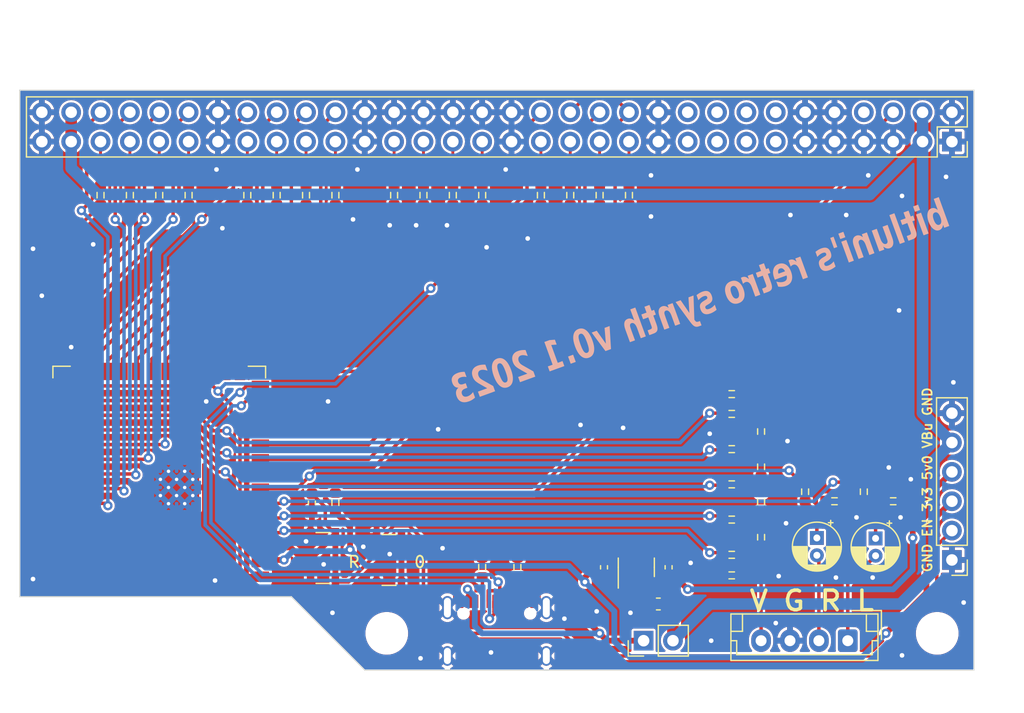
<source format=kicad_pcb>
(kicad_pcb (version 20221018) (generator pcbnew)
  (title_block (comment 4 "AISLER Project ID: NNYDGUMM"))
  (layers (0 "F.Cu" signal) (31 "B.Cu" signal) (34 "B.Paste" user) (35 "F.Paste" user) (36 "B.SilkS" user "B.Silkscreen") (37 "F.SilkS" user "F.Silkscreen") (38 "B.Mask" user) (39 "F.Mask" user) (44 "Edge.Cuts" user))
  (net 0 "")
  (net 1 "5V")
  (net 2 "GND")
  (net 3 "+3V3")
  (net 4 "EN")
  (net 5 "Net-(C4-Pad1)")
  (net 6 "L")
  (net 7 "Net-(C5-Pad1)")
  (net 8 "R")
  (net 9 "VBUS2")
  (net 10 "A0")
  (net 11 "A1")
  (net 12 "A2")
  (net 13 "IO7")
  (net 14 "A6")
  (net 15 "A7")
  (net 16 "IO17")
  (net 17 "IO18")
  (net 18 "DN")
  (net 19 "DP")
  (net 20 "IO3")
  (net 21 "IO46")
  (net 22 "A3")
  (net 23 "A4")
  (net 24 "A5")
  (net 25 "IO12")
  (net 26 "IO14")
  (net 27 "CLK")
  (net 28 "IO35")
  (net 29 "IO36")
  (net 30 "IO2")
  (net 31 "VBUS")
  (net 32 "V")
  (net 34 "D0")
  (net 35 "Net-(R2-Pad1)")
  (net 36 "D1")
  (net 37 "Net-(R17-Pad2)")
  (net 38 "Net-(R34-Pad1)")
  (net 39 "D2")
  (net 40 "D3")
  (net 41 "D4")
  (net 42 "D5")
  (net 43 "D6")
  (net 44 "D7")
  (net 45 "D8")
  (net 46 "D9")
  (net 47 "D10")
  (net 48 "D11")
  (net 49 "D12")
  (net 50 "D13")
  (net 51 "D14")
  (net 52 "D15")
  (net 53 "Net-(R20-Pad1)")
  (net 54 "Net-(U1-CC1)")
  (net 55 "Net-(U1-CC2)")
  (net 67 "IO4")
  (net 68 "IO5")
  (net 69 "IO6")
  (net 70 "IO15")
  (net 71 "IO16")
  (net 72 "IO8")
  (net 73 "IO9")
  (net 74 "IO10")
  (net 75 "IO11")
  (net 76 "IO37")
  (net 77 "IO44")
  (net 78 "IO43")
  (net 79 "IO1")
  (net 80 "IO47")
  (net 81 "IO45")
  (footprint "Connector_PinHeader_2.54mm:PinHeader_1x06_P2.54mm_Vertical" (layer "F.Cu") (at 180.34 94.615 180)
    (fp_text reference "J4" hide)
    (fp_text value "Conn_01x06_Pin")
  )
  (footprint "Basics:ESP32-S3-WROOM-1" (layer "F.Cu") (at 111.76 90.805 180)
    (fp_text reference "IC1" hide)
    (fp_text value "ESP32-S3-WROOM-1-N8R2")
  )
  (footprint "Basics:R_0603" (layer "F.Cu") (at 161.29 81.979)
    (fp_text reference "R29" hide)
    (fp_text value "300" hide)
  )
  (footprint "Basics:R_0603" (layer "F.Cu") (at 127 89.662 -90)
    (fp_text reference "R39" hide)
    (fp_text value "10k" hide)
  )
  (footprint "Basics:R_0603" (layer "F.Cu") (at 163.83 86.551 90)
    (fp_text reference "R4" hide)
    (fp_text value "150" hide)
  )
  (footprint "Basics:R_0603" (layer "F.Cu") (at 172.72 88.71 90)
    (fp_text reference "R25" hide)
    (fp_text value "82" hide)
  )
  (footprint "Basics:ButtonSMD3.2x2.5" (layer "F.Cu") (at 131.64 94.615 90)
    (fp_text reference "SW2" hide)
    (fp_text value "miniButton")
  )
  (footprint "Basics:R_0603" (layer "F.Cu") (at 163.83 83.503 90)
    (fp_text reference "R34" hide)
    (fp_text value "150" hide)
  )
  (footprint "Basics:C_0603" (layer "F.Cu") (at 124.968 89.662 -90)
    (fp_text reference "C3" hide)
    (fp_text value "100n" hide)
  )
  (footprint "Basics:R_0603" (layer "F.Cu") (at 111.76 63.055 -90)
    (fp_text reference "R5" hide)
    (fp_text value "1000" hide)
  )
  (footprint "Basics:Fuse_0603_1608Metric" (layer "F.Cu") (at 154.94 98.425 180)
    (fp_text reference "F1" hide)
    (fp_text value "Polyfuse")
  )
  (footprint "Basics:USB-C" (layer "F.Cu") (at 140.97 98.775)
    (fp_text reference "U1" hide)
    (fp_text value "~")
  )
  (footprint "Basics:R_0603" (layer "F.Cu") (at 114.3 63.055 -90)
    (fp_text reference "R6" hide)
    (fp_text value "1000" hide)
  )
  (footprint "Basics:R_0603" (layer "F.Cu") (at 167.64 88.71 90)
    (fp_text reference "R26" hide)
    (fp_text value "82" hide)
  )
  (footprint "Basics:R_0603" (layer "F.Cu") (at 144.78 63.055 -90)
    (fp_text reference "R15" hide)
    (fp_text value "1000" hide)
  )
  (footprint "Basics:R_0603" (layer "F.Cu") (at 147.32 63.055 -90)
    (fp_text reference "R16" hide)
    (fp_text value "1000" hide)
  )
  (footprint "Capacitor_THT:CP_Radial_D4.0mm_P1.50mm" (layer "F.Cu") (at 173.736 92.749401 -90)
    (fp_text reference "C4" hide)
    (fp_text value "100n")
  )
  (footprint "Basics:C_0603" (layer "F.Cu") (at 155.829 95.25 90)
    (fp_text reference "C1" hide)
    (fp_text value "10u" hide)
  )
  (footprint "Basics:R_0603" (layer "F.Cu") (at 139.7 95.25 -90)
    (fp_text reference "R23" hide)
    (fp_text value "5.1k" hide)
  )
  (footprint "Basics:R_0603" (layer "F.Cu") (at 163.83 92.647 90)
    (fp_text reference "R27" hide)
    (fp_text value "150" hide)
  )
  (footprint "Header:PinSocket_2x32_P2.54mm_Vertical_ab" (layer "F.Cu") (at 180.34 58.42 -90)
    (fp_text reference "J3" hide)
    (fp_text value "Conn_02x32_Row_Letter_Last")
  )
  (footprint "Package_TO_SOT_SMD:SOT-23-5" (layer "F.Cu") (at 153.035 95.25 90)
    (fp_text reference "PS1" hide)
    (fp_text value "TLV75733PDBVR")
  )
  (footprint "Basics:R_0603" (layer "F.Cu") (at 161.29 94.171)
    (fp_text reference "R31" hide)
    (fp_text value "300" hide)
  )
  (footprint "Basics:ButtonSMD3.2x2.5" (layer "F.Cu") (at 125.925 94.445 90)
    (fp_text reference "SW1" hide)
    (fp_text value "miniButton")
  )
  (footprint "Basics:R_0603" (layer "F.Cu") (at 161.29 95.949 180)
    (fp_text reference "R30" hide)
    (fp_text value "82" hide)
  )
  (footprint "Connector_PinHeader_2.54mm:PinHeader_1x02_P2.54mm_Vertical" (layer "F.Cu") (at 153.665 101.6 90)
    (fp_text reference "J1" hide)
    (fp_text value "Conn_01x02_Pin")
  )
  (footprint "Basics:R_0603" (layer "F.Cu") (at 142.748 95.25 90)
    (fp_text reference "R37" hide)
    (fp_text value "5.1k" hide)
  )
  (footprint "Basics:R_0603" (layer "F.Cu") (at 175.26 89.535)
    (fp_text reference "R21" hide)
    (fp_text value "82" hide)
  )
  (footprint "Connector_JST:JST_EH_B4B-EH-A_1x04_P2.50mm_Vertical" (layer "F.Cu") (at 171.33 101.6 180)
    (fp_text reference "J2" hide)
    (fp_text value "Conn_01x04_Pin")
  )
  (footprint "Basics:R_0603" (layer "F.Cu") (at 161.29 85.027)
    (fp_text reference "R36" hide)
    (fp_text value "300" hide)
  )
  (footprint "Basics:R_0603" (layer "F.Cu") (at 121.92 63.055 -90)
    (fp_text reference "R8" hide)
    (fp_text value "1000" hide)
  )
  (footprint "Basics:MountingHole_3.2mm_M3" (layer "F.Cu") (at 179.07 100.965 90)
    (fp_text reference "H2" hide)
    (fp_text value "MountingHole")
  )
  (footprint "Basics:R_0603" (layer "F.Cu") (at 161.29 88.075)
    (fp_text reference "R17" hide)
    (fp_text value "300" hide)
  )
  (footprint "Basics:R_0603" (layer "F.Cu") (at 161.29 80.264 180)
    (fp_text reference "R2" hide)
    (fp_text value "300" hide)
  )
  (footprint "Basics:R_0603" (layer "F.Cu") (at 109.22 63.055 -90)
    (fp_text reference "R3" hide)
    (fp_text value "1000" hide)
  )
  (footprint "Basics:R_0603" (layer "F.Cu") (at 127 63.055 -90)
    (fp_text reference "R10" hide)
    (fp_text value "1000" hide)
  )
  (footprint "Basics:R_0603" (layer "F.Cu") (at 124.46 63.055 -90)
    (fp_text reference "R9" hide)
    (fp_text value "1000" hide)
  )
  (footprint "Basics:C_0603" (layer "F.Cu") (at 150.241 95.25 -90)
    (fp_text reference "C2" hide)
    (fp_text value "100n" hide)
  )
  (footprint "Basics:R_0603" (layer "F.Cu") (at 119.38 63.055 -90)
    (fp_text reference "R7" hide)
    (fp_text value "1000" hide)
  )
  (footprint "Basics:R_0603" (layer "F.Cu") (at 132.08 63.055 -90)
    (fp_text reference "R11" hide)
    (fp_text value "1000" hide)
  )
  (footprint "Basics:MountingHole_3.2mm_M3" (layer "F.Cu") (at 131.445 100.965 90)
    (fp_text reference "H1" hide)
    (fp_text value "MountingHole")
  )
  (footprint "Basics:R_0603" (layer "F.Cu") (at 161.29 91.123)
    (fp_text reference "R24" hide)
    (fp_text value "300" hide)
  )
  (footprint "Basics:R_0603" (layer "F.Cu") (at 149.86 63.055 -90)
    (fp_text reference "R18" hide)
    (fp_text value "1000" hide)
  )
  (footprint "Basics:R_0603" (layer "F.Cu") (at 137.16 63.055 -90)
    (fp_text reference "R13" hide)
    (fp_text value "1000" hide)
  )
  (footprint "Basics:R_0603" (layer "F.Cu") (at 106.68 63.055 -90)
    (fp_text reference "R1" hide)
    (fp_text value "1000" hide)
  )
  (footprint "Basics:R_0603" (layer "F.Cu") (at 139.7 63.055 -90)
    (fp_text reference "R14" hide)
    (fp_text value "1000" hide)
  )
  (footprint "Basics:R_0603" (layer "F.Cu") (at 152.4 63.055 -90)
    (fp_text reference "R19" hide)
    (fp_text value "1000" hide)
  )
  (footprint "Basics:R_0603" (layer "F.Cu") (at 163.83 89.599 90)
    (fp_text reference "R20" hide)
    (fp_text value "150" hide)
  )
  (footprint "Basics:R_0603" (layer "F.Cu") (at 134.62 63.055 -90)
    (fp_text reference "R12" hide)
    (fp_text value "1000" hide)
  )
  (footprint "Capacitor_THT:CP_Radial_D4.0mm_P1.50mm" (layer "F.Cu") (at 168.656 92.71 -90)
    (fp_text reference "C5" hide)
    (fp_text value "100n")
  )
  (footprint "Basics:R_0603" (layer "F.Cu") (at 170.18 89.535)
    (fp_text reference "R22" hide)
    (fp_text value "82" hide)
  )
  (gr_line (start 129.54 104.14) (end 123.19 97.79) (stroke (width 0.1)) (layer "Edge.Cuts"))
  (gr_line (start 182.245 53.975) (end 182.245 104.14) (stroke (width 0.1)) (layer "Edge.Cuts"))
  (gr_line (start 123.19 97.79) (end 99.695 97.79) (stroke (width 0.1)) (layer "Edge.Cuts"))
  (gr_line (start 99.695 53.975) (end 182.245 53.975) (stroke (width 0.1)) (layer "Edge.Cuts"))
  (gr_line (start 182.245 104.14) (end 129.54 104.14) (stroke (width 0.1)) (layer "Edge.Cuts"))
  (gr_line (start 99.695 97.79) (end 99.695 53.975) (stroke (width 0.1)) (layer "Edge.Cuts"))
  (gr_text "bitluni's retro synth v0.1 2023" (at 180.467 66.04 20) (layer "B.SilkS") (effects (font (size 2.5 1.9) (thickness 0.45) bold) (justify left bottom mirror)))
  (gr_text "V G R L" (at 162.668622 99.144739) (layer "F.SilkS") (effects (font (size 1.7 1.8) (thickness 0.3) bold) (justify left bottom)))
  (gr_text "GND EN 3v3 5v0 VBu GND" (at 178.689 95.758 90) (layer "F.SilkS") (effects (font (size 0.8 0.8) (thickness 0.15) bold) (justify left bottom)))
  (gr_text "R" (at 128.016 95.377) (layer "F.SilkS") (effects (font (size 1 1)) (justify left bottom)))
  (gr_text "0" (at 133.731 95.377) (layer "F.SilkS") (effects (font (size 1 1)) (justify left bottom)))
  (segment (start 156.35 96.025) (end 157.48 97.155) (width 0.5) (layer "F.Cu") (net 1))
  (segment (start 153.985 95.826472) (end 153.985 96.3875) (width 0.5) (layer "F.Cu") (net 1))
  (segment (start 154.1525 98.425) (end 154.1525 96.555) (width 0.5) (layer "F.Cu") (net 1))
  (segment (start 180.34 86.995) (end 176.9505 90.3845) (width 0.5) (layer "F.Cu") (net 1))
  (segment (start 155.829 96.025) (end 156.35 96.025) (width 0.5) (layer "F.Cu") (net 1))
  (segment (start 152.636472 95.275) (end 153.433528 95.275) (width 0.5) (layer "F.Cu") (net 1))
  (segment (start 152.085 96.3875) (end 152.085 95.826472) (width 0.5) (layer "F.Cu") (net 1))
  (segment (start 155.4665 96.3875) (end 155.829 96.025) (width 0.5) (layer "F.Cu") (net 1))
  (segment (start 153.985 96.3875) (end 155.4665 96.3875) (width 0.5) (layer "F.Cu") (net 1))
  (segment (start 154.1525 96.555) (end 153.985 96.3875) (width 0.5) (layer "F.Cu") (net 1))
  (segment (start 152.085 95.826472) (end 152.636472 95.275) (width 0.5) (layer "F.Cu") (net 1))
  (segment (start 153.433528 95.275) (end 153.985 95.826472) (width 0.5) (layer "F.Cu") (net 1))
  (segment (start 176.9505 90.3845) (end 176.9505 92.71) (width 0.5) (layer "F.Cu") (net 1))
  (via (at 176.9505 92.71) (size 0.8) (drill 0.4) (layers "F.Cu" "B.Cu") (net 1))
  (via (at 157.48 97.155) (size 0.8) (drill 0.4) (layers "F.Cu" "B.Cu") (net 1))
  (segment (start 157.48 97.155) (end 175.26 97.155) (width 0.5) (layer "B.Cu") (net 1))
  (segment (start 176.9505 95.4645) (end 176.9505 92.71) (width 0.5) (layer "B.Cu") (net 1))
  (segment (start 175.26 97.155) (end 176.9505 95.4645) (width 0.5) (layer "B.Cu") (net 1))
  (segment (start 144.71 98.2) (end 145.25 98.74) (width 0.5) (layer "F.Cu") (net 2))
  (segment (start 137.77 98.2) (end 137.23 98.2) (width 0.5) (layer "F.Cu") (net 2))
  (segment (start 137.23 98.2) (end 136.69 98.74) (width 0.5) (layer "F.Cu") (net 2))
  (segment (start 144.17 98.2) (end 144.71 98.2) (width 0.5) (layer "F.Cu") (net 2))
  (via (at 175.768 73.025) (size 0.8) (drill 0.4) (layers "F.Cu" "B.Cu") (net 2))
  (via (at 166.116 84.328) (size 0.8) (drill 0.4) (layers "F.Cu" "B.Cu") (net 2))
  (via (at 173.101 61.341) (size 0.8) (drill 0.4) (layers "F.Cu" "B.Cu") (net 2))
  (via (at 154.305 61.341) (size 0.8) (drill 0.4) (layers "F.Cu" "B.Cu") (net 2))
  (via (at 176.022 63.119) (size 0.8) (drill 0.4) (layers "F.Cu" "B.Cu") (net 2))
  (via (at 173.482 96.139) (size 0.8) (drill 0.4) (layers "F.Cu" "B.Cu") (net 2))
  (via (at 180.467 79.248) (size 0.8) (drill 0.4) (layers "F.Cu" "B.Cu") (net 2))
  (via (at 116.713 60.833) (size 0.8) (drill 0.4) (layers "F.Cu" "B.Cu") (net 2))
  (via (at 179.832 61.468) (size 0.8) (drill 0.4) (layers "F.Cu" "B.Cu") (net 2))
  (via (at 128.905 60.833) (size 0.8) (drill 0.4) (layers "F.Cu" "B.Cu") (net 2))
  (via (at 135.89 83.312) (size 0.8) (drill 0.4) (layers "F.Cu" "B.Cu") (net 2))
  (via (at 115.824 80.899) (size 0.8) (drill 0.4) (layers "F.Cu" "B.Cu") (net 2))
  (via (at 172.085 90.932) (size 0.8) (drill 0.4) (layers "F.Cu" "B.Cu") (net 2))
  (via (at 154.305 64.897) (size 0.8) (drill 0.4) (layers "F.Cu" "B.Cu") (net 2))
  (via (at 146.812 99.695) (size 0.8) (drill 0.4) (layers "F.Cu" "B.Cu") (net 2))
  (via (at 176.784 87.63) (size 0.8) (drill 0.4) (layers "F.Cu" "B.Cu") (net 2))
  (via (at 159.385 83.693) (size 0.8) (drill 0.4) (layers "F.Cu" "B.Cu") (net 2))
  (via (at 129.413 93.472) (size 0.8) (drill 0.4) (layers "F.Cu" "B.Cu") (net 2))
  (via (at 125.984 94.996) (size 0.8) (drill 0.4) (layers "F.Cu" "B.Cu") (net 2))
  (via (at 126.746 99.187) (size 0.8) (drill 0.4) (layers "F.Cu" "B.Cu") (net 2))
  (via (at 152.527 99.187) (size 0.8) (drill 0.4) (layers "F.Cu" "B.Cu") (net 2))
  (via (at 165.1 100.076) (size 0.8) (drill 0.4) (layers "F.Cu" "B.Cu") (net 2))
  (via (at 165.354 96.012) (size 0.8) (drill 0.4) (layers "F.Cu" "B.Cu") (net 2))
  (via (at 141.732 60.833) (size 0.8) (drill 0.4) (layers "F.Cu" "B.Cu") (net 2))
  (via (at 100.838 67.691) (size 0.8) (drill 0.4) (layers "F.Cu" "B.Cu") (net 2))
  (via (at 104.14 76.2) (size 0.8) (drill 0.4) (layers "F.Cu" "B.Cu") (net 2))
  (via (at 136.271 93.599) (size 0.8) (drill 0.4) (layers "F.Cu" "B.Cu") (net 2))
  (via (at 148.209 82.931) (size 0.8) (drill 0.4) (layers "F.Cu" "B.Cu") (net 2))
  (via (at 131.699 94.107) (size 0.8) (drill 0.4) (layers "F.Cu" "B.Cu") (net 2))
  (via (at 134.366 103.124) (size 0.8) (drill 0.4) (layers "F.Cu" "B.Cu") (net 2))
  (via (at 165.989 91.44) (size 0.8) (drill 0.4) (layers "F.Cu" "B.Cu") (net 2))
  (via (at 126.365 80.899) (size 0.8) (drill 0.4) (layers "F.Cu" "B.Cu") (net 2))
  (via (at 174.879 86.614) (size 0.8) (drill 0.4) (layers "F.Cu" "B.Cu") (net 2))
  (via (at 170.307 96.139) (size 0.8) (drill 0.4) (layers "F.Cu" "B.Cu") (net 2))
  (via (at 124.46 93.0035) (size 0.8) (drill 0.4) (layers "F.Cu" "B.Cu") (net 2))
  (via (at 131.699 65.659) (size 0.8) (drill 0.4) (layers "F.Cu" "B.Cu") (net 2))
  (via (at 149.606 99.06) (size 0.8) (drill 0.4) (layers "F.Cu" "B.Cu") (net 2))
  (via (at 176.022 102.87) (size 0.8) (drill 0.4) (layers "F.Cu" "B.Cu") (net 2))
  (via (at 117.221 65.913) (size 0.8) (drill 0.4) (layers "F.Cu" "B.Cu") (net 2))
  (via (at 116.586 96.393) (size 0.8) (drill 0.4) (layers "F.Cu" "B.Cu") (net 2))
  (via (at 171.196 64.77) (size 0.8) (drill 0.4) (layers "F.Cu" "B.Cu") (net 2))
  (via (at 106.045 67.31) (size 0.8) (drill 0.4) (layers "F.Cu" "B.Cu") (net 2))
  (via (at 101.6 71.755) (size 0.8) (drill 0.4) (layers "F.Cu" "B.Cu") (net 2))
  (via (at 166.37 64.77) (size 0.8) (drill 0.4) (layers "F.Cu" "B.Cu") (net 2))
  (via (at 175.895 90.932) (size 0.8) (drill 0.4) (layers "F.Cu" "B.Cu") (net 2))
  (via (at 157.734 94.869) (size 0.8) (drill 0.4) (layers "F.Cu" "B.Cu") (net 2))
  (via (at 128.524 65.151) (size 0.8) (drill 0.4) (layers "F.Cu" "B.Cu") (net 2))
  (via (at 159.512 101.6) (size 0.8) (drill 0.4) (layers "F.Cu" "B.Cu") (net 2))
  (via (at 136.652 65.659) (size 0.8) (drill 0.4) (layers "F.Cu" "B.Cu") (net 2))
  (via (at 100.838 96.266) (size 0.8) (drill 0.4) (layers "F.Cu" "B.Cu") (net 2))
  (via (at 140.462 102.616) (size 0.8) (drill 0.4) (layers "F.Cu" "B.Cu") (net 2))
  (via (at 151.892 83.185) (size 0.8) (drill 0.4) (layers "F.Cu" "B.Cu") (net 2))
  (via (at 143.637 66.802) (size 0.8) (drill 0.4) (layers "F.Cu" "B.Cu") (net 2))
  (via (at 140.081 67.564) (size 0.8) (drill 0.4) (layers "F.Cu" "B.Cu") (net 2))
  (via (at 181.356 98.298) (size 0.8) (drill 0.4) (layers "F.Cu" "B.Cu") (net 2))
  (via (at 133.985 65.659) (size 0.8) (drill 0.4) (layers "F.Cu" "B.Cu") (net 2))
  (segment (start 178.137165 91.737835) (end 178.137165 97.452835) (width 0.5) (layer "F.Cu") (net 3))
  (segment (start 150.241 94.475) (end 151.7225 94.475) (width 0.5) (layer "F.Cu") (net 3))
  (segment (start 128.27 91.757) (end 128.27 93.726) (width 0.5) (layer "F.Cu") (net 3))
  (segment (start 120.69 94.615) (end 120.51 94.795) (width 0.5) (layer "F.Cu") (net 3))
  (segment (start 122.555 94.615) (end 120.69 94.615) (width 0.5) (layer "F.Cu") (net 3))
  (segment (start 148.59 96.126) (end 148.59 96.52) (width 0.5) (layer "F.Cu") (net 3))
  (segment (start 150.241 94.475) (end 148.59 96.126) (width 0.5) (layer "F.Cu") (net 3))
  (segment (start 180.34 89.535) (end 178.137165 91.737835) (width 0.5) (layer "F.Cu") (net 3))
  (segment (start 151.7225 94.475) (end 152.085 94.1125) (width 0.5) (layer "F.Cu") (net 3))
  (segment (start 178.137165 97.452835) (end 174.625 100.965) (width 0.5) (layer "F.Cu") (net 3))
  (segment (start 127 90.487) (end 128.27 91.757) (width 0.5) (layer "F.Cu") (net 3))
  (via (at 174.625 100.965) (size 0.8) (drill 0.4) (layers "F.Cu" "B.Cu") (net 3))
  (via (at 128.27 93.726) (size 0.8) (drill 0.4) (layers "F.Cu" "B.Cu") (net 3))
  (via (at 122.555 94.615) (size 0.8) (drill 0.4) (layers "F.Cu" "B.Cu") (net 3))
  (via (at 148.59 96.52) (size 0.8) (drill 0.4) (layers "F.Cu" "B.Cu") (net 3))
  (segment (start 128.143 93.853) (end 128.27 93.726) (width 0.5) (layer "B.Cu") (net 3))
  (segment (start 152.49 103.025) (end 172.565 103.025) (width 0.5) (layer "B.Cu") (net 3))
  (segment (start 122.555 94.615) (end 123.317 93.853) (width 0.5) (layer "B.Cu") (net 3))
  (segment (start 151.13 101.665) (end 152.49 103.025) (width 0.5) (layer "B.Cu") (net 3))
  (segment (start 151.13 99.06) (end 151.13 101.665) (width 0.5) (layer "B.Cu") (net 3))
  (segment (start 148.59 96.52) (end 151.13 99.06) (width 0.5) (layer "B.Cu") (net 3))
  (segment (start 147.193 95.123) (end 129.667 95.123) (width 0.5) (layer "B.Cu") (net 3))
  (segment (start 129.667 95.123) (end 128.27 93.726) (width 0.5) (layer "B.Cu") (net 3))
  (segment (start 123.317 93.853) (end 128.143 93.853) (width 0.5) (layer "B.Cu") (net 3))
  (segment (start 172.565 103.025) (end 174.625 100.965) (width 0.5) (layer "B.Cu") (net 3))
  (segment (start 148.59 96.52) (end 147.193 95.123) (width 0.5) (layer "B.Cu") (net 3))
  (segment (start 179.034501 97.615453) (end 173.724954 102.925) (width 0.3) (layer "F.Cu") (net 4))
  (segment (start 126.125 91.495) (end 127 92.37) (width 0.3) (layer "F.Cu") (net 4))
  (segment (start 128.135 96.52) (end 127 96.52) (width 0.3) (layer "F.Cu") (net 4))
  (segment (start 144.208 88.837) (end 127 88.837) (width 0.3) (layer "F.Cu") (net 4))
  (segment (start 125.018 88.837) (end 124.968 88.887) (width 0.3) (layer "F.Cu") (net 4))
  (segment (start 173.724954 102.925) (end 148.645 102.925) (width 0.3) (layer "F.Cu") (net 4))
  (segment (start 134.62 92.895) (end 133.39 91.665) (width 0.3) (layer "F.Cu") (net 4))
  (segment (start 120.51 93.525) (end 123.116 93.525) (width 0.5) (layer "F.Cu") (net 4))
  (segment (start 173.99 59.055) (end 144.208 88.837) (width 0.3) (layer "F.Cu") (net 4))
  (segment (start 132.04 91.665) (end 131.24 92.465) (width 0.3) (layer "F.Cu") (net 4))
  (segment (start 126.125 90.044) (end 126.125 91.495) (width 0.3) (layer "F.Cu") (net 4))
  (segment (start 131.24 93.415) (end 128.135 96.52) (width 0.3) (layer "F.Cu") (net 4))
  (segment (start 127 92.37) (end 127 96.52) (width 0.5) (layer "F.Cu") (net 4))
  (segment (start 146.685 100.965) (end 135.89 100.965) (width 0.3) (layer "F.Cu") (net 4))
  (segment (start 131.24 92.465) (end 131.24 93.415) (width 0.3) (layer "F.Cu") (net 4))
  (segment (start 133.39 91.665) (end 132.04 91.665) (width 0.3) (layer "F.Cu") (net 4))
  (segment (start 179.034501 93.380499) (end 179.034501 97.615453) (width 0.3) (layer "F.Cu") (net 4))
  (segment (start 124.968 88.887) (end 126.125 90.044) (width 0.3) (layer "F.Cu") (net 4))
  (segment (start 134.62 99.695) (end 134.62 92.895) (width 0.3) (layer "F.Cu") (net 4))
  (segment (start 135.89 100.965) (end 134.62 99.695) (width 0.3) (layer "F.Cu") (net 4))
  (segment (start 127 88.837) (end 125.018 88.837) (width 0.3) (layer "F.Cu") (net 4))
  (segment (start 123.825 94.234) (end 125.136 94.234) (width 0.5) (layer "F.Cu") (net 4))
  (segment (start 180.34 92.075) (end 179.034501 93.380499) (width 0.3) (layer "F.Cu") (net 4))
  (segment (start 173.99 57.15) (end 173.99 59.055) (width 0.3) (layer "F.Cu") (net 4))
  (segment (start 148.645 102.925) (end 146.685 100.965) (width 0.3) (layer "F.Cu") (net 4))
  (segment (start 125.136 94.234) (end 127 92.37) (width 0.5) (layer "F.Cu") (net 4))
  (segment (start 175.26 55.88) (end 173.99 57.15) (width 0.3) (layer "F.Cu") (net 4))
  (segment (start 123.116 93.525) (end 123.825 94.234) (width 0.5) (layer "F.Cu") (net 4))
  (segment (start 174.435 89.535) (end 174.435 89.852) (width 0.3) (layer "F.Cu") (net 5))
  (segment (start 173.736 92.749401) (end 173.736 90.551) (width 0.3) (layer "F.Cu") (net 5))
  (segment (start 174.435 89.852) (end 173.736 90.551) (width 0.3) (layer "F.Cu") (net 5))
  (segment (start 173.736 90.551) (end 172.72 89.535) (width 0.3) (layer "F.Cu") (net 5))
  (segment (start 171.33 96.655401) (end 173.736 94.249401) (width 0.3) (layer "F.Cu") (net 6))
  (segment (start 171.33 101.6) (end 171.33 96.655401) (width 0.3) (layer "F.Cu") (net 6))
  (segment (start 169.355 89.852) (end 168.656 90.551) (width 0.3) (layer "F.Cu") (net 7))
  (segment (start 169.355 89.535) (end 169.355 89.852) (width 0.3) (layer "F.Cu") (net 7))
  (segment (start 168.656 92.71) (end 168.656 90.551) (width 0.3) (layer "F.Cu") (net 7))
  (segment (start 168.656 90.551) (end 167.64 89.535) (width 0.3) (layer "F.Cu") (net 7))
  (segment (start 168.83 101.6) (end 168.83 94.384) (width 0.3) (layer "F.Cu") (net 8))
  (segment (start 168.83 94.384) (end 168.656 94.21) (width 0.3) (layer "F.Cu") (net 8))
  (segment (start 156.205 101.6) (end 156.205 98.9025) (width 1) (layer "F.Cu") (net 9))
  (segment (start 104.14 55.88) (end 104.14 58.42) (width 1) (layer "F.Cu") (net 9))
  (segment (start 156.205 98.9025) (end 155.7275 98.425) (width 1) (layer "F.Cu") (net 9))
  (segment (start 180.34 84.455) (end 177.8 81.915) (width 1) (layer "B.Cu") (net 9))
  (segment (start 180.34 84.455) (end 178.79 86.005) (width 1) (layer "B.Cu") (net 9))
  (segment (start 175.895 98.425) (end 159.38 98.425) (width 1) (layer "B.Cu") (net 9))
  (segment (start 177.8 81.915) (end 177.8 58.42) (width 1) (layer "B.Cu") (net 9))
  (segment (start 159.38 98.425) (end 156.205 101.6) (width 1) (layer "B.Cu") (net 9))
  (segment (start 104.14 58.42) (end 104.14 60.706) (width 1) (layer "B.Cu") (net 9))
  (segment (start 104.14 60.706) (end 106.426 62.992) (width 1) (layer "B.Cu") (net 9))
  (segment (start 173.228 62.992) (end 177.8 58.42) (width 1) (layer "B.Cu") (net 9))
  (segment (start 178.79 95.53) (end 175.895 98.425) (width 1) (layer "B.Cu") (net 9))
  (segment (start 106.426 62.992) (end 173.228 62.992) (width 1) (layer "B.Cu") (net 9))
  (segment (start 178.79 86.005) (end 178.79 95.53) (width 1) (layer "B.Cu") (net 9))
  (segment (start 177.8 55.88) (end 177.8 58.42) (width 1) (layer "B.Cu") (net 9))
  (segment (start 103.01 89.715) (end 107.114 89.715) (width 0.3) (layer "F.Cu") (net 10))
  (segment (start 105.48 63.938) (end 105.48 57.08) (width 0.3) (layer "F.Cu") (net 10))
  (segment (start 105.48 57.08) (end 106.68 55.88) (width 0.3) (layer "F.Cu") (net 10))
  (segment (start 107.114 89.715) (end 107.315 89.916) (width 0.3) (layer "F.Cu") (net 10))
  (segment (start 105.029 64.389) (end 105.48 63.938) (width 0.3) (layer "F.Cu") (net 10))
  (via (at 105.029 64.389) (size 0.8) (drill 0.4) (layers "F.Cu" "B.Cu") (net 10))
  (via (at 107.315 89.916) (size 0.8) (drill 0.4) (layers "F.Cu" "B.Cu") (net 10))
  (segment (start 107.315 66.675) (end 107.315 89.916) (width 0.3) (layer "B.Cu") (net 10))
  (segment (start 105.029 64.389) (end 107.315 66.675) (width 0.3) (layer "B.Cu") (net 10))
  (segment (start 107.95 57.15) (end 109.22 55.88) (width 0.3) (layer "F.Cu") (net 11))
  (segment (start 107.95 65.151) (end 107.95 57.15) (width 0.3) (layer "F.Cu") (net 11))
  (segment (start 108.511 88.445) (end 108.712 88.646) (width 0.3) (layer "F.Cu") (net 11))
  (segment (start 103.01 88.445) (end 108.511 88.445) (width 0.3) (layer "F.Cu") (net 11))
  (via (at 107.95 65.151) (size 0.8) (drill 0.4) (layers "F.Cu" "B.Cu") (net 11))
  (via (at 108.712 88.646) (size 0.8) (drill 0.4) (layers "F.Cu" "B.Cu") (net 11))
  (segment (start 107.95 65.151) (end 108.712 65.913) (width 0.3) (layer "B.Cu") (net 11))
  (segment (start 108.712 65.913) (end 108.712 88.646) (width 0.3) (layer "B.Cu") (net 11))
  (segment (start 110.49 65.151) (end 110.49 57.15) (width 0.3) (layer "F.Cu") (net 12))
  (segment (start 103.01 87.175) (end 109.654 87.175) (width 0.3) (layer "F.Cu") (net 12))
  (segment (start 110.49 57.15) (end 111.76 55.88) (width 0.3) (layer "F.Cu") (net 12))
  (segment (start 109.654 87.175) (end 109.728 87.249) (width 0.3) (layer "F.Cu") (net 12))
  (via (at 109.728 87.249) (size 0.8) (drill 0.4) (layers "F.Cu" "B.Cu") (net 12))
  (via (at 110.49 65.151) (size 0.8) (drill 0.4) (layers "F.Cu" "B.Cu") (net 12))
  (segment (start 109.728 65.913) (end 109.728 87.249) (width 0.3) (layer "B.Cu") (net 12))
  (segment (start 110.49 65.151) (end 109.728 65.913) (width 0.3) (layer "B.Cu") (net 12))
  (segment (start 120.51 88.445) (end 123.674718 88.445) (width 0.3) (layer "F.Cu") (net 13))
  (segment (start 167.64 87.885) (end 167.26 87.885) (width 0.3) (layer "F.Cu") (net 13))
  (segment (start 167.26 87.885) (end 166.243 86.868) (width 0.3) (layer "F.Cu") (net 13))
  (segment (start 123.674718 88.445) (end 124.753402 87.366316) (width 0.3) (layer "F.Cu") (net 13))
  (via (at 166.243 86.868) (size 0.8) (drill 0.4) (layers "F.Cu" "B.Cu") (net 13))
  (via (at 124.753402 87.366316) (size 0.8) (drill 0.4) (layers "F.Cu" "B.Cu") (net 13))
  (segment (start 124.753402 87.366316) (end 125.251718 86.868) (width 0.3) (layer "B.Cu") (net 13))
  (segment (start 125.251718 86.868) (end 166.243 86.868) (width 0.3) (layer "B.Cu") (net 13))
  (segment (start 108.585 78.305) (end 108.585 77.216) (width 0.3) (layer "F.Cu") (net 14))
  (segment (start 116.078 69.723) (end 120.015 69.723) (width 0.3) (layer "F.Cu") (net 14))
  (segment (start 120.015 69.723) (end 123.19 66.548) (width 0.3) (layer "F.Cu") (net 14))
  (segment (start 123.19 66.548) (end 123.19 57.15) (width 0.3) (layer "F.Cu") (net 14))
  (segment (start 108.585 77.216) (end 116.078 69.723) (width 0.3) (layer "F.Cu") (net 14))
  (segment (start 123.19 57.15) (end 124.46 55.88) (width 0.3) (layer "F.Cu") (net 14))
  (segment (start 111.125 78.305) (end 111.125 77.216) (width 0.3) (layer "F.Cu") (net 15))
  (segment (start 116.84 71.501) (end 121.285 71.501) (width 0.3) (layer "F.Cu") (net 15))
  (segment (start 125.73 57.15) (end 127 55.88) (width 0.3) (layer "F.Cu") (net 15))
  (segment (start 121.285 71.501) (end 125.73 67.056) (width 0.3) (layer "F.Cu") (net 15))
  (segment (start 125.73 67.056) (end 125.73 57.15) (width 0.3) (layer "F.Cu") (net 15))
  (segment (start 111.125 77.216) (end 116.84 71.501) (width 0.3) (layer "F.Cu") (net 15))
  (segment (start 120.51 84.635) (end 129.868 84.635) (width 0.3) (layer "F.Cu") (net 16))
  (segment (start 149.86 64.643) (end 149.86 63.88) (width 0.3) (layer "F.Cu") (net 16))
  (segment (start 129.868 84.635) (end 149.86 64.643) (width 0.3) (layer "F.Cu") (net 16))
  (segment (start 148.59 57.15) (end 149.86 55.88) (width 0.3) (layer "F.Cu") (net 17))
  (segment (start 120.51 83.365) (end 129.868 83.365) (width 0.3) (layer "F.Cu") (net 17))
  (segment (start 129.868 83.365) (end 148.59 64.643) (width 0.3) (layer "F.Cu") (net 17))
  (segment (start 148.59 64.643) (end 148.59 57.15) (width 0.3) (layer "F.Cu") (net 17))
  (segment (start 140.22 97.28) (end 141.22 97.28) (width 0.3) (layer "F.Cu") (net 18))
  (segment (start 141.22 97.28) (end 141.22 98.2) (width 0.3) (layer "F.Cu") (net 18))
  (segment (start 140.22 98.2) (end 140.22 97.28) (width 0.3) (layer "F.Cu") (net 18))
  (segment (start 120.51 80.825) (end 119.3145 80.825) (width 0.3) (layer "F.Cu") (net 18))
  (segment (start 119.3145 80.825) (end 118.8595 81.28) (width 0.3) (layer "F.Cu") (net 18))
  (segment (start 141.22 97.28) (end 141.22 96.6555) (width 0.3) (layer "F.Cu") (net 18))
  (segment (start 141.22 96.6555) (end 141.0845 96.52) (width 0.3) (layer "F.Cu") (net 18))
  (via (at 141.0845 96.52) (size 0.8) (drill 0.4) (layers "F.Cu" "B.Cu") (net 18))
  (via (at 118.8595 81.28) (size 0.8) (drill 0.4) (layers "F.Cu" "B.Cu") (net 18))
  (segment (start 140.4495 95.885) (end 120.721402 95.885) (width 0.3) (layer "B.Cu") (net 18))
  (segment (start 118.11 81.28) (end 118.8595 81.28) (width 0.3) (layer "B.Cu") (net 18))
  (segment (start 116.23013 83.15987) (end 118.11 81.28) (width 0.3) (layer "B.Cu") (net 18))
  (segment (start 120.721402 95.885) (end 116.23013 91.393728) (width 0.3) (layer "B.Cu") (net 18))
  (segment (start 141.0845 96.52) (end 140.4495 95.885) (width 0.3) (layer "B.Cu") (net 18))
  (segment (start 116.23013 91.393728) (end 116.23013 83.15987) (width 0.3) (layer "B.Cu") (net 18))
  (segment (start 140.91 99.12) (end 140.335 99.695) (width 0.3) (layer "F.Cu") (net 19))
  (segment (start 141.72 99.12) (end 141.72 98.2) (width 0.3) (layer "F.Cu") (net 19))
  (segment (start 120.51 79.555) (end 119.3145 79.555) (width 0.3) (layer "F.Cu") (net 19))
  (segment (start 140.72 98.2) (end 140.72 99.12) (width 0.3) (layer "F.Cu") (net 19))
  (segment (start 119.3145 79.555) (end 118.745 80.1245) (width 0.3) (layer "F.Cu") (net 19))
  (segment (start 141.605 99.12) (end 141.72 99.12) (width 0.3) (layer "F.Cu") (net 19))
  (segment (start 141.605 99.12) (end 140.91 99.12) (width 0.3) (layer "F.Cu") (net 19))
  (segment (start 140.72 99.12) (end 141.605 99.12) (width 0.3) (layer "F.Cu") (net 19))
  (via (at 118.745 80.1245) (size 0.8) (drill 0.4) (layers "F.Cu" "B.Cu") (net 19))
  (via (at 140.335 99.695) (size 0.8) (drill 0.4) (layers "F.Cu" "B.Cu") (net 19))
  (segment (start 120.514501 96.384501) (end 115.730629 91.600629) (width 0.3) (layer "B.Cu") (net 19))
  (segment (start 140.335 96.52) (end 140.199501 96.384501) (width 0.3) (layer "B.Cu") (net 19))
  (segment (start 115.730629 82.952969) (end 118.559098 80.1245) (width 0.3) (layer "B.Cu") (net 19))
  (segment (start 140.199501 96.384501) (end 120.514501 96.384501) (width 0.3) (layer "B.Cu") (net 19))
  (segment (start 140.335 99.695) (end 140.335 96.52) (width 0.3) (layer "B.Cu") (net 19))
  (segment (start 115.730629 91.600629) (end 115.730629 82.952969) (width 0.3) (layer "B.Cu") (net 19))
  (segment (start 118.559098 80.1245) (end 118.745 80.1245) (width 0.3) (layer "B.Cu") (net 19))
  (segment (start 130.991 78.305) (end 144.78 64.516) (width 0.3) (layer "F.Cu") (net 20))
  (segment (start 144.78 64.516) (end 144.78 63.88) (width 0.3) (layer "F.Cu") (net 20))
  (segment (start 118.745 78.305) (end 130.991 78.305) (width 0.3) (layer "F.Cu") (net 20))
  (segment (start 117.475 77.675) (end 118.442 76.708) (width 0.3) (layer "F.Cu") (net 21))
  (segment (start 118.442 76.708) (end 127.127 76.708) (width 0.3) (layer "F.Cu") (net 21))
  (segment (start 139.7 64.135) (end 139.7 63.88) (width 0.3) (layer "F.Cu") (net 21))
  (segment (start 127.127 76.708) (end 139.7 64.135) (width 0.3) (layer "F.Cu") (net 21))
  (segment (start 117.475 78.305) (end 117.475 77.675) (width 0.3) (layer "F.Cu") (net 21))
  (segment (start 103.01 85.905) (end 110.691 85.905) (width 0.3) (layer "F.Cu") (net 22))
  (segment (start 112.96 57.22) (end 112.96 65.151) (width 0.3) (layer "F.Cu") (net 22))
  (segment (start 110.691 85.905) (end 110.8075 85.7885) (width 0.3) (layer "F.Cu") (net 22))
  (segment (start 114.3 55.88) (end 112.96 57.22) (width 0.3) (layer "F.Cu") (net 22))
  (via (at 112.96 65.151) (size 0.8) (drill 0.4) (layers "F.Cu" "B.Cu") (net 22))
  (via (at 110.8075 85.7885) (size 0.8) (drill 0.4) (layers "F.Cu" "B.Cu") (net 22))
  (segment (start 110.8075 67.3035) (end 112.96 65.151) (width 0.3) (layer "B.Cu") (net 22))
  (segment (start 110.8075 85.7885) (end 110.8075 67.3035) (width 0.3) (layer "B.Cu") (net 22))
  (segment (start 118.18 62.414) (end 115.443 65.151) (width 0.3) (layer "F.Cu") (net 23))
  (segment (start 103.01 84.635) (end 112.215 84.635) (width 0.3) (layer "F.Cu") (net 23))
  (segment (start 119.38 55.88) (end 118.18 57.08) (width 0.3) (layer "F.Cu") (net 23))
  (segment (start 118.18 57.08) (end 118.18 62.414) (width 0.3) (layer "F.Cu") (net 23))
  (segment (start 112.215 84.635) (end 112.268 84.582) (width 0.3) (layer "F.Cu") (net 23))
  (via (at 112.268 84.582) (size 0.8) (drill 0.4) (layers "F.Cu" "B.Cu") (net 23))
  (via (at 115.443 65.151) (size 0.8) (drill 0.4) (layers "F.Cu" "B.Cu") (net 23))
  (segment (start 112.268 68.326) (end 115.443 65.151) (width 0.3) (layer "B.Cu") (net 23))
  (segment (start 112.268 84.582) (end 112.268 68.326) (width 0.3) (layer "B.Cu") (net 23))
  (segment (start 120.72 65.716) (end 120.72 57.08) (width 0.3) (layer "F.Cu") (net 24))
  (segment (start 120.72 57.08) (end 121.92 55.88) (width 0.3) (layer "F.Cu") (net 24))
  (segment (start 118.491 67.945) (end 120.72 65.716) (width 0.3) (layer "F.Cu") (net 24))
  (segment (start 106.045 78.305) (end 106.045 77.255) (width 0.3) (layer "F.Cu") (net 24))
  (segment (start 106.045 77.255) (end 115.355 67.945) (width 0.3) (layer "F.Cu") (net 24))
  (segment (start 115.355 67.945) (end 118.491 67.945) (width 0.3) (layer "F.Cu") (net 24))
  (segment (start 117.26 72.39) (end 122.007205 72.39) (width 0.3) (layer "F.Cu") (net 25))
  (segment (start 127 67.397205) (end 127 63.88) (width 0.3) (layer "F.Cu") (net 25))
  (segment (start 122.007205 72.39) (end 127 67.397205) (width 0.3) (layer "F.Cu") (net 25))
  (segment (start 112.395 77.255) (end 117.26 72.39) (width 0.3) (layer "F.Cu") (net 25))
  (segment (start 112.395 78.305) (end 112.395 77.255) (width 0.3) (layer "F.Cu") (net 25))
  (segment (start 124.46 66.802) (end 124.46 63.88) (width 0.3) (layer "F.Cu") (net 26))
  (segment (start 109.855 77.255) (end 116.498 70.612) (width 0.3) (layer "F.Cu") (net 26))
  (segment (start 109.855 78.305) (end 109.855 77.255) (width 0.3) (layer "F.Cu") (net 26))
  (segment (start 116.498 70.612) (end 120.65 70.612) (width 0.3) (layer "F.Cu") (net 26))
  (segment (start 120.65 70.612) (end 124.46 66.802) (width 0.3) (layer "F.Cu") (net 26))
  (segment (start 117.974501 81.144501) (end 116.84 80.01) (width 0.3) (layer "F.Cu") (net 27))
  (segment (start 143.58 57.08) (end 143.58 62.795) (width 0.3) (layer "F.Cu") (net 27))
  (segment (start 132.715 96.69) (end 132.715 92.54) (width 0.5) (layer "F.Cu") (net 27))
  (segment (start 143.58 62.795) (end 135.255 71.12) (width 0.3) (layer "F.Cu") (net 27))
  (segment (start 117.974501 81.906501) (end 117.974501 81.144501) (width 0.3) (layer "F.Cu") (net 27))
  (segment (start 103.01 79.555) (end 116.385 79.555) (width 0.3) (layer "F.Cu") (net 27))
  (segment (start 124.345 97.565) (end 123.935 97.155) (width 0.3) (layer "F.Cu") (net 27))
  (segment (start 116.385 79.555) (end 116.84 80.01) (width 0.3) (layer "F.Cu") (net 27))
  (segment (start 132.715 96.69) (end 131.84 97.565) (width 0.3) (layer "F.Cu") (net 27))
  (segment (start 118.745 96.52) (end 118.745 82.677) (width 0.3) (layer "F.Cu") (net 27))
  (segment (start 123.935 97.155) (end 119.38 97.155) (width 0.3) (layer "F.Cu") (net 27))
  (segment (start 131.84 97.565) (end 124.345 97.565) (width 0.3) (layer "F.Cu") (net 27))
  (segment (start 119.38 97.155) (end 118.745 96.52) (width 0.3) (layer "F.Cu") (net 27))
  (segment (start 118.745 82.677) (end 117.974501 81.906501) (width 0.3) (layer "F.Cu") (net 27))
  (segment (start 144.78 55.88) (end 143.58 57.08) (width 0.3) (layer "F.Cu") (net 27))
  (via (at 116.84 80.01) (size 0.8) (drill 0.4) (layers "F.Cu" "B.Cu") (net 27))
  (via (at 135.255 71.12) (size 0.8) (drill 0.4) (layers "F.Cu" "B.Cu") (net 27))
  (segment (start 127 79.375) (end 117.475 79.375) (width 0.3) (layer "B.Cu") (net 27))
  (segment (start 135.255 71.12) (end 127 79.375) (width 0.3) (layer "B.Cu") (net 27))
  (segment (start 117.475 79.375) (end 116.84 80.01) (width 0.3) (layer "B.Cu") (net 27))
  (segment (start 159.385 81.915) (end 160.401 81.915) (width 0.3) (layer "F.Cu") (net 28))
  (segment (start 160.401 81.915) (end 160.465 81.979) (width 0.3) (layer "F.Cu") (net 28))
  (segment (start 103.01 80.825) (end 113.845 80.825) (width 0.3) (layer "F.Cu") (net 28))
  (segment (start 113.845 80.825) (end 116.459 83.439) (width 0.3) (layer "F.Cu") (net 28))
  (segment (start 116.459 83.439) (end 117.602 83.439) (width 0.3) (layer "F.Cu") (net 28))
  (via (at 117.602 83.439) (size 0.8) (drill 0.4) (layers "F.Cu" "B.Cu") (net 28))
  (via (at 159.385 81.915) (size 0.8) (drill 0.4) (layers "F.Cu" "B.Cu") (net 28))
  (segment (start 156.845 84.455) (end 118.618 84.455) (width 0.3) (layer "B.Cu") (net 28))
  (segment (start 118.618 84.455) (end 117.602 83.439) (width 0.3) (layer "B.Cu") (net 28))
  (segment (start 159.385 81.915) (end 156.845 84.455) (width 0.3) (layer "B.Cu") (net 28))
  (segment (start 116.713 85.344) (end 117.602 85.344) (width 0.3) (layer "F.Cu") (net 29))
  (segment (start 159.385 85.09) (end 160.402 85.09) (width 0.3) (layer "F.Cu") (net 29))
  (segment (start 103.01 82.095) (end 113.464 82.095) (width 0.3) (layer "F.Cu") (net 29))
  (segment (start 113.464 82.095) (end 116.713 85.344) (width 0.3) (layer "F.Cu") (net 29))
  (segment (start 160.402 85.09) (end 160.465 85.027) (width 0.3) (layer "F.Cu") (net 29))
  (via (at 159.385 85.09) (size 0.8) (drill 0.4) (layers "F.Cu" "B.Cu") (net 29))
  (via (at 117.602 85.344) (size 0.8) (drill 0.4) (layers "F.Cu" "B.Cu") (net 29))
  (segment (start 158.75 85.725) (end 117.983 85.725) (width 0.3) (layer "B.Cu") (net 29))
  (segment (start 117.983 85.725) (end 117.602 85.344) (width 0.3) (layer "B.Cu") (net 29))
  (segment (start 159.385 85.09) (end 158.75 85.725) (width 0.3) (layer "B.Cu") (net 29))
  (segment (start 109.22 66.548) (end 109.22 63.88) (width 0.3) (layer "F.Cu") (net 30))
  (segment (start 101.96 93.525) (end 100.838 92.403) (width 0.3) (layer "F.Cu") (net 30))
  (segment (start 100.838 92.403) (end 100.838 74.93) (width 0.3) (layer "F.Cu") (net 30))
  (segment (start 100.838 74.93) (end 109.22 66.548) (width 0.3) (layer "F.Cu") (net 30))
  (segment (start 103.01 93.525) (end 101.96 93.525) (width 0.3) (layer "F.Cu") (net 30))
  (segment (start 145.415 96.52) (end 149.86 100.965) (width 0.5) (layer "F.Cu") (net 31))
  (segment (start 138.57 97.290105) (end 138.43211 97.152215) (width 0.5) (layer "F.Cu") (net 31))
  (segment (start 150.495 101.6) (end 153.665 101.6) (width 0.5) (layer "F.Cu") (net 31))
  (segment (start 143.37 98.2) (end 143.37 97.13) (width 0.5) (layer "F.Cu") (net 31))
  (segment (start 143.98 96.52) (end 145.415 96.52) (width 0.5) (layer "F.Cu") (net 31))
  (segment (start 138.57 98.2) (end 138.57 97.290105) (width 0.5) (layer "F.Cu") (net 31))
  (segment (start 143.37 97.13) (end 143.98 96.52) (width 0.5) (layer "F.Cu") (net 31))
  (segment (start 149.86 100.965) (end 150.495 101.6) (width 0.5) (layer "F.Cu") (net 31))
  (via (at 138.43211 97.152215) (size 0.8) (drill 0.4) (layers "F.Cu" "B.Cu") (net 31))
  (via (at 149.86 100.965) (size 0.8) (drill 0.4) (layers "F.Cu" "B.Cu") (net 31))
  (segment (start 138.43211 97.152215) (end 139.065 97.785105) (width 0.5) (layer "B.Cu") (net 31))
  (segment (start 139.065 97.785105) (end 139.065 100.33) (width 0.5) (layer "B.Cu") (net 31))
  (segment (start 139.7 100.965) (end 149.86 100.965) (width 0.5) (layer "B.Cu") (net 31))
  (segment (start 139.065 100.33) (end 139.7 100.965) (width 0.5) (layer "B.Cu") (net 31))
  (segment (start 162.115 94.171) (end 162.115 95.949) (width 0.3) (layer "F.Cu") (net 32))
  (segment (start 162.115 94.171) (end 163.131 94.171) (width 0.3) (layer "F.Cu") (net 32))
  (segment (start 163.131 94.171) (end 163.83 93.472) (width 0.3) (layer "F.Cu") (net 32))
  (segment (start 163.83 93.472) (end 163.83 101.6) (width 0.3) (layer "F.Cu") (net 32))
  (segment (start 106.68 62.23) (end 106.68 58.42) (width 0.25) (layer "F.Cu") (net 34))
  (segment (start 162.115 80.264) (end 162.115 81.979) (width 0.3) (layer "F.Cu") (net 35))
  (segment (start 162.115 81.979) (end 163.131 81.979) (width 0.3) (layer "F.Cu") (net 35))
  (segment (start 163.131 81.979) (end 163.83 82.678) (width 0.3) (layer "F.Cu") (net 35))
  (segment (start 109.22 62.23) (end 109.22 58.42) (width 0.25) (layer "F.Cu") (net 36))
  (segment (start 163.131 88.075) (end 163.83 88.774) (width 0.3) (layer "F.Cu") (net 37))
  (segment (start 162.115 88.075) (end 163.131 88.075) (width 0.3) (layer "F.Cu") (net 37))
  (segment (start 163.131 88.075) (end 163.83 87.376) (width 0.3) (layer "F.Cu") (net 37))
  (segment (start 163.83 85.725) (end 163.83 85.726) (width 0.3) (layer "F.Cu") (net 38))
  (segment (start 163.1315 85.0265) (end 163.83 84.328) (width 0.3) (layer "F.Cu") (net 38))
  (segment (start 163.131 85.027) (end 163.1315 85.0265) (width 0.3) (layer "F.Cu") (net 38))
  (segment (start 163.1315 85.0265) (end 163.83 85.725) (width 0.3) (layer "F.Cu") (net 38))
  (segment (start 162.115 85.027) (end 163.131 85.027) (width 0.3) (layer "F.Cu") (net 38))
  (segment (start 111.76 62.23) (end 111.76 58.42) (width 0.25) (layer "F.Cu") (net 39))
  (segment (start 114.3 62.23) (end 114.3 58.42) (width 0.25) (layer "F.Cu") (net 40))
  (segment (start 119.38 62.23) (end 119.38 58.42) (width 0.25) (layer "F.Cu") (net 41))
  (segment (start 121.92 62.23) (end 121.92 58.42) (width 0.25) (layer "F.Cu") (net 42))
  (segment (start 124.46 62.23) (end 124.46 58.42) (width 0.25) (layer "F.Cu") (net 43))
  (segment (start 127 62.23) (end 127 58.42) (width 0.25) (layer "F.Cu") (net 44))
  (segment (start 132.08 62.23) (end 132.08 58.42) (width 0.25) (layer "F.Cu") (net 45))
  (segment (start 134.62 62.23) (end 134.62 58.42) (width 0.25) (layer "F.Cu") (net 46))
  (segment (start 137.16 62.23) (end 137.16 58.42) (width 0.25) (layer "F.Cu") (net 47))
  (segment (start 139.7 62.23) (end 139.7 58.42) (width 0.25) (layer "F.Cu") (net 48))
  (segment (start 144.78 62.23) (end 144.78 58.42) (width 0.25) (layer "F.Cu") (net 49))
  (segment (start 147.32 62.23) (end 147.32 58.42) (width 0.25) (layer "F.Cu") (net 50))
  (segment (start 149.86 62.23) (end 149.86 58.42) (width 0.25) (layer "F.Cu") (net 51))
  (segment (start 152.4 62.23) (end 152.4 58.42) (width 0.25) (layer "F.Cu") (net 52))
  (segment (start 163.131 91.123) (end 163.83 90.424) (width 0.3) (layer "F.Cu") (net 53))
  (segment (start 163.131 91.123) (end 163.83 91.822) (width 0.3) (layer "F.Cu") (net 53))
  (segment (start 162.115 91.123) (end 163.131 91.123) (width 0.3) (layer "F.Cu") (net 53))
  (segment (start 139.72 96.095) (end 139.72 98.2) (width 0.3) (layer "F.Cu") (net 54))
  (segment (start 139.7 96.075) (end 139.72 96.095) (width 0.3) (layer "F.Cu") (net 54))
  (segment (start 142.748 96.075) (end 142.72 96.103) (width 0.3) (layer "F.Cu") (net 55))
  (segment (start 142.72 96.103) (end 142.72 98.2) (width 0.3) (layer "F.Cu") (net 55))
  (segment (start 160.274 93.98) (end 160.465 94.171) (width 0.3) (layer "F.Cu") (net 67))
  (segment (start 122.375 92.255) (end 122.555 92.075) (width 0.3) (layer "F.Cu") (net 67))
  (segment (start 120.51 92.255) (end 122.375 92.255) (width 0.3) (layer "F.Cu") (net 67))
  (segment (start 159.385 93.98) (end 160.274 93.98) (width 0.3) (layer "F.Cu") (net 67))
  (via (at 122.555 92.075) (size 0.8) (drill 0.4) (layers "F.Cu" "B.Cu") (net 67))
  (via (at 159.385 93.98) (size 0.8) (drill 0.4) (layers "F.Cu" "B.Cu") (net 67))
  (segment (start 159.385 93.98) (end 157.48 92.075) (width 0.3) (layer "B.Cu") (net 67))
  (segment (start 157.48 92.075) (end 122.555 92.075) (width 0.3) (layer "B.Cu") (net 67))
  (segment (start 160.147 90.805) (end 160.465 91.123) (width 0.3) (layer "F.Cu") (net 68))
  (segment (start 159.385 90.805) (end 160.147 90.805) (width 0.3) (layer "F.Cu") (net 68))
  (segment (start 120.51 90.985) (end 122.375 90.985) (width 0.3) (layer "F.Cu") (net 68))
  (segment (start 122.375 90.985) (end 122.555 90.805) (width 0.3) (layer "F.Cu") (net 68))
  (via (at 122.555 90.805) (size 0.8) (drill 0.4) (layers "F.Cu" "B.Cu") (net 68))
  (via (at 159.385 90.805) (size 0.8) (drill 0.4) (layers "F.Cu" "B.Cu") (net 68))
  (segment (start 159.385 90.805) (end 122.555 90.805) (width 0.3) (layer "B.Cu") (net 68))
  (segment (start 120.51 89.715) (end 122.375 89.715) (width 0.3) (layer "F.Cu") (net 69))
  (segment (start 172.72 87.885) (end 170.052429 87.885) (width 0.3) (layer "F.Cu") (net 69))
  (segment (start 122.375 89.715) (end 122.555 89.535) (width 0.3) (layer "F.Cu") (net 69))
  (via (at 170.052429 87.885) (size 0.8) (drill 0.4) (layers "F.Cu" "B.Cu") (net 69))
  (via (at 122.555 89.535) (size 0.8) (drill 0.4) (layers "F.Cu" "B.Cu") (net 69))
  (segment (start 122.555 89.535) (end 168.402429 89.535) (width 0.3) (layer "B.Cu") (net 69))
  (segment (start 168.402429 89.535) (end 170.052429 87.885) (width 0.3) (layer "B.Cu") (net 69))
  (segment (start 130.299184 86.616816) (end 152.4 64.516) (width 0.3) (layer "F.Cu") (net 70))
  (segment (start 152.4 64.516) (end 152.4 63.88) (width 0.3) (layer "F.Cu") (net 70))
  (segment (start 122.367166 87.175) (end 122.92535 86.616816) (width 0.3) (layer "F.Cu") (net 70))
  (segment (start 120.51 87.175) (end 122.367166 87.175) (width 0.3) (layer "F.Cu") (net 70))
  (segment (start 122.92535 86.616816) (end 130.299184 86.616816) (width 0.3) (layer "F.Cu") (net 70))
  (segment (start 151.2 54.68) (end 152.4 55.88) (width 0.3) (layer "F.Cu") (net 71))
  (segment (start 129.868 85.905) (end 151.2 64.573) (width 0.3) (layer "F.Cu") (net 71))
  (segment (start 151.2 64.573) (end 151.2 57.08) (width 0.3) (layer "F.Cu") (net 71))
  (segment (start 148.52 54.68) (end 151.2 54.68) (width 0.3) (layer "F.Cu") (net 71))
  (segment (start 120.51 85.905) (end 129.868 85.905) (width 0.3) (layer "F.Cu") (net 71))
  (segment (start 147.32 55.88) (end 148.52 54.68) (width 0.3) (layer "F.Cu") (net 71))
  (segment (start 151.2 57.08) (end 152.4 55.88) (width 0.3) (layer "F.Cu") (net 71))
  (segment (start 120.51 82.095) (end 129.868 82.095) (width 0.3) (layer "F.Cu") (net 72))
  (segment (start 147.32 64.643) (end 147.32 63.88) (width 0.3) (layer "F.Cu") (net 72))
  (segment (start 129.868 82.095) (end 147.32 64.643) (width 0.3) (layer "F.Cu") (net 72))
  (segment (start 117.895 75.565) (end 125.475 75.565) (width 0.3) (layer "F.Cu") (net 73))
  (segment (start 125.475 75.565) (end 137.16 63.88) (width 0.3) (layer "F.Cu") (net 73))
  (segment (start 116.205 77.255) (end 117.895 75.565) (width 0.3) (layer "F.Cu") (net 73))
  (segment (start 116.205 78.305) (end 116.205 77.255) (width 0.3) (layer "F.Cu") (net 73))
  (segment (start 114.935 77.255) (end 117.641 74.549) (width 0.3) (layer "F.Cu") (net 74))
  (segment (start 117.641 74.549) (end 123.951 74.549) (width 0.3) (layer "F.Cu") (net 74))
  (segment (start 114.935 78.305) (end 114.935 77.255) (width 0.3) (layer "F.Cu") (net 74))
  (segment (start 123.951 74.549) (end 134.62 63.88) (width 0.3) (layer "F.Cu") (net 74))
  (segment (start 113.665 78.305) (end 113.665 77.255) (width 0.3) (layer "F.Cu") (net 75))
  (segment (start 122.554 73.406) (end 132.08 63.88) (width 0.3) (layer "F.Cu") (net 75))
  (segment (start 117.514 73.406) (end 122.554 73.406) (width 0.3) (layer "F.Cu") (net 75))
  (segment (start 113.665 77.255) (end 117.514 73.406) (width 0.3) (layer "F.Cu") (net 75))
  (segment (start 116.84 86.995) (end 117.475 86.995) (width 0.3) (layer "F.Cu") (net 76))
  (segment (start 160.3895 88.1505) (end 159.385 88.1505) (width 0.3) (layer "F.Cu") (net 76))
  (segment (start 103.01 83.365) (end 113.21 83.365) (width 0.3) (layer "F.Cu") (net 76))
  (segment (start 113.21 83.365) (end 116.84 86.995) (width 0.3) (layer "F.Cu") (net 76))
  (segment (start 160.465 88.075) (end 160.3895 88.1505) (width 0.3) (layer "F.Cu") (net 76))
  (via (at 117.475 86.995) (size 0.8) (drill 0.4) (layers "F.Cu" "B.Cu") (net 76))
  (via (at 159.385 88.1505) (size 0.8) (drill 0.4) (layers "F.Cu" "B.Cu") (net 76))
  (segment (start 118.745 88.265) (end 159.2705 88.265) (width 0.3) (layer "B.Cu") (net 76))
  (segment (start 159.2705 88.265) (end 159.385 88.1505) (width 0.3) (layer "B.Cu") (net 76))
  (segment (start 117.475 86.995) (end 118.745 88.265) (width 0.3) (layer "B.Cu") (net 76))
  (segment (start 103.01 90.985) (end 102.38 90.985) (width 0.3) (layer "F.Cu") (net 77))
  (segment (start 101.854 90.459) (end 101.854 76.581) (width 0.3) (layer "F.Cu") (net 77))
  (segment (start 101.854 76.581) (end 112.268 66.167) (width 0.3) (layer "F.Cu") (net 77))
  (segment (start 112.268 66.167) (end 113.538 66.167) (width 0.3) (layer "F.Cu") (net 77))
  (segment (start 113.538 66.167) (end 114.3 65.405) (width 0.3) (layer "F.Cu") (net 77))
  (segment (start 114.3 65.405) (end 114.3 63.88) (width 0.3) (layer "F.Cu") (net 77))
  (segment (start 102.38 90.985) (end 101.854 90.459) (width 0.3) (layer "F.Cu") (net 77))
  (segment (start 101.346 91.641) (end 101.346 75.692) (width 0.3) (layer "F.Cu") (net 78))
  (segment (start 101.346 75.692) (end 111.76 65.278) (width 0.3) (layer "F.Cu") (net 78))
  (segment (start 101.96 92.255) (end 101.346 91.641) (width 0.3) (layer "F.Cu") (net 78))
  (segment (start 111.76 65.278) (end 111.76 63.88) (width 0.3) (layer "F.Cu") (net 78))
  (segment (start 103.01 92.255) (end 101.96 92.255) (width 0.3) (layer "F.Cu") (net 78))
  (segment (start 100.33 70.23) (end 106.68 63.88) (width 0.3) (layer "F.Cu") (net 79))
  (segment (start 101.96 94.795) (end 100.33 93.165) (width 0.3) (layer "F.Cu") (net 79))
  (segment (start 100.33 93.165) (end 100.33 70.23) (width 0.3) (layer "F.Cu") (net 79))
  (segment (start 103.01 94.795) (end 101.96 94.795) (width 0.3) (layer "F.Cu") (net 79))
  (segment (start 107.315 78.305) (end 107.315 77.343) (width 0.3) (layer "F.Cu") (net 80))
  (segment (start 107.315 77.343) (end 115.824 68.834) (width 0.3) (layer "F.Cu") (net 80))
  (segment (start 115.824 68.834) (end 119.253 68.834) (width 0.3) (layer "F.Cu") (net 80))
  (segment (start 119.253 68.834) (end 121.92 66.167) (width 0.3) (layer "F.Cu") (net 80))
  (segment (start 121.92 66.167) (end 121.92 63.88) (width 0.3) (layer "F.Cu") (net 80))
  (segment (start 115.189 67.056) (end 117.602 67.056) (width 0.3) (layer "F.Cu") (net 81))
  (segment (start 104.775 77.47) (end 115.189 67.056) (width 0.3) (layer "F.Cu") (net 81))
  (segment (start 119.38 65.278) (end 119.38 63.88) (width 0.3) (layer "F.Cu") (net 81))
  (segment (start 104.775 78.305) (end 104.775 77.47) (width 0.3) (layer "F.Cu") (net 81))
  (segment (start 117.602 67.056) (end 119.38 65.278) (width 0.3) (layer "F.Cu") (net 81))
  (zone (net 2) (net_name "GND") (layers "F&B.Cu") (name "GND") (connect_pads (clearance 0)) (min_thickness 0.2) (fill yes (thermal_gap 0.25) (thermal_bridge_width 0.5))
    (polygon (pts (xy 99.06 53.34) (xy 182.88 53.34) (xy 182.88 104.775) (xy 99.06 104.775)))
  )
)
</source>
